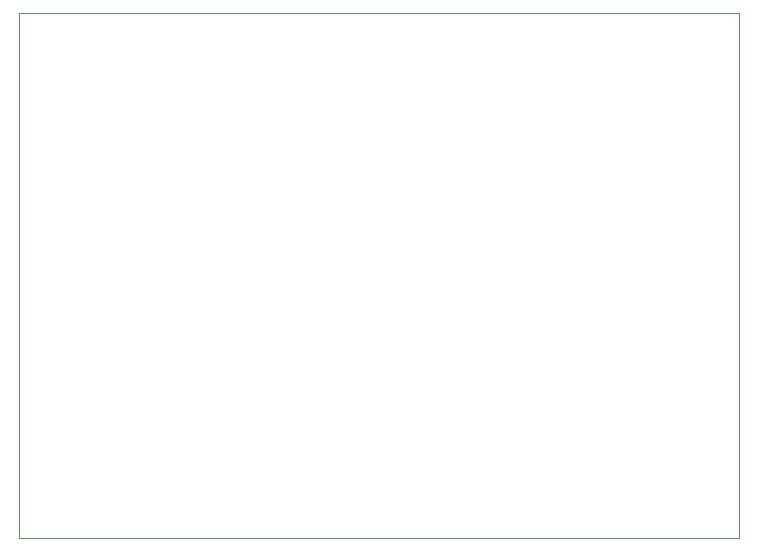
<source format=gbr>
%TF.GenerationSoftware,KiCad,Pcbnew,6.0.2+dfsg-1*%
%TF.CreationDate,2023-02-04T23:29:27-05:00*%
%TF.ProjectId,ups-test,7570732d-7465-4737-942e-6b696361645f,rev?*%
%TF.SameCoordinates,Original*%
%TF.FileFunction,Profile,NP*%
%FSLAX46Y46*%
G04 Gerber Fmt 4.6, Leading zero omitted, Abs format (unit mm)*
G04 Created by KiCad (PCBNEW 6.0.2+dfsg-1) date 2023-02-04 23:29:27*
%MOMM*%
%LPD*%
G01*
G04 APERTURE LIST*
%TA.AperFunction,Profile*%
%ADD10C,0.100000*%
%TD*%
G04 APERTURE END LIST*
D10*
X132080000Y-67310000D02*
X71120000Y-67310000D01*
X71120000Y-67310000D02*
X71120000Y-22860000D01*
X71120000Y-22860000D02*
X132080000Y-22860000D01*
X132080000Y-22860000D02*
X132080000Y-67310000D01*
M02*

</source>
